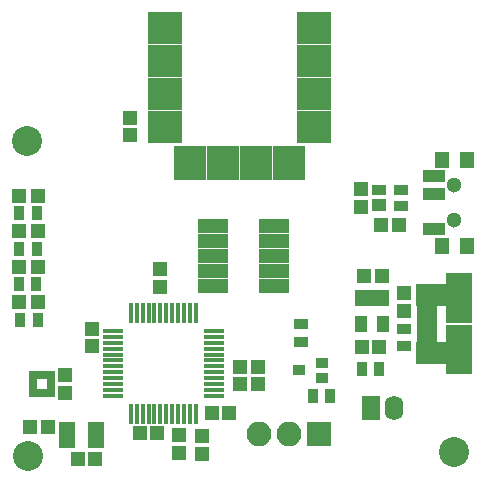
<source format=gts>
G04 #@! TF.FileFunction,Soldermask,Top*
%FSLAX45Y45*%
G04 Gerber Fmt 4.5, Leading zero omitted, Abs format (unit mm)*
G04 Created by KiCad (PCBNEW 4.0.7-e2-6376~61~ubuntu18.04.1) date Thu Oct  4 13:43:13 2018*
%MOMM*%
%LPD*%
G01*
G04 APERTURE LIST*
%ADD10C,0.100000*%
%ADD11R,1.200000X1.150000*%
%ADD12R,1.150000X1.200000*%
%ADD13R,1.200000X1.200000*%
%ADD14R,2.500000X1.150000*%
%ADD15R,1.600000X2.100000*%
%ADD16O,1.600000X2.100000*%
%ADD17R,1.780000X0.850000*%
%ADD18R,2.500000X1.875000*%
%ADD19R,2.300000X1.575000*%
%ADD20R,2.300000X2.775000*%
%ADD21R,1.100000X0.850000*%
%ADD22R,0.900000X1.300000*%
%ADD23R,1.300000X0.900000*%
%ADD24R,2.850000X1.400000*%
%ADD25R,1.400000X2.850000*%
%ADD26O,1.720000X0.420000*%
%ADD27O,0.420000X1.720000*%
%ADD28R,0.675000X0.650000*%
%ADD29R,0.650000X0.675000*%
%ADD30R,1.150000X0.900000*%
%ADD31R,1.150000X1.000000*%
%ADD32R,1.050000X1.460000*%
%ADD33R,1.400000X2.200000*%
%ADD34C,2.540000*%
%ADD35R,1.900000X1.100000*%
%ADD36R,1.200000X1.400000*%
%ADD37C,1.300000*%
%ADD38R,2.100000X2.100000*%
%ADD39O,2.100000X2.100000*%
G04 APERTURE END LIST*
D10*
D11*
X13380000Y-10520000D03*
X13230000Y-10520000D03*
D12*
X14075000Y-7900000D03*
X14075000Y-8050000D03*
D11*
X13780000Y-10790000D03*
X13630000Y-10790000D03*
D12*
X13750000Y-9835000D03*
X13750000Y-9685000D03*
D11*
X14305000Y-10570000D03*
X14155000Y-10570000D03*
D12*
X14490000Y-10585000D03*
X14490000Y-10735000D03*
D11*
X14765000Y-10400000D03*
X14915000Y-10400000D03*
X15005000Y-10155000D03*
X15155000Y-10155000D03*
D12*
X14330000Y-9330000D03*
X14330000Y-9180000D03*
X14680000Y-10595000D03*
X14680000Y-10745000D03*
D11*
X15005000Y-10010000D03*
X15155000Y-10010000D03*
D12*
X13520000Y-10080000D03*
X13520000Y-10230000D03*
X16025000Y-8505000D03*
X16025000Y-8655000D03*
D11*
X16035000Y-9840000D03*
X16185000Y-9840000D03*
X16350000Y-8805000D03*
X16200000Y-8805000D03*
X16055000Y-9240000D03*
X16205000Y-9240000D03*
D13*
X13290000Y-8560000D03*
X13130000Y-8560000D03*
X13290000Y-8860000D03*
X13130000Y-8860000D03*
X13290000Y-9460000D03*
X13130000Y-9460000D03*
X13290000Y-9160000D03*
X13130000Y-9160000D03*
X16390000Y-9540000D03*
X16390000Y-9380000D03*
D14*
X14775000Y-8821000D03*
X15292000Y-8821000D03*
X14775000Y-8948000D03*
X15292000Y-8948000D03*
X14775000Y-9075000D03*
X15292000Y-9075000D03*
X14775000Y-9202000D03*
X15292000Y-9202000D03*
X14775000Y-9329000D03*
X15292000Y-9329000D03*
D15*
X16110000Y-10360000D03*
D16*
X16310000Y-10360000D03*
D17*
X16589000Y-9773750D03*
X16589000Y-9708750D03*
X16589000Y-9643750D03*
X16589000Y-9578750D03*
X16589000Y-9513750D03*
D18*
X16625000Y-9890000D03*
X16625000Y-9397500D03*
D19*
X16855000Y-9727500D03*
X16855000Y-9560000D03*
D20*
X16855000Y-9935000D03*
X16855000Y-9352500D03*
D21*
X15700000Y-10105000D03*
X15700000Y-9975000D03*
X15500000Y-10040000D03*
D22*
X13135000Y-8710000D03*
X13285000Y-8710000D03*
X13135000Y-9010000D03*
X13285000Y-9010000D03*
X13145000Y-9610000D03*
X13295000Y-9610000D03*
X13130000Y-9310000D03*
X13280000Y-9310000D03*
D23*
X15520000Y-9645000D03*
X15520000Y-9795000D03*
D22*
X15620000Y-10260000D03*
X15770000Y-10260000D03*
X16035000Y-10030000D03*
X16185000Y-10030000D03*
D23*
X16390000Y-9835000D03*
X16390000Y-9685000D03*
D24*
X14370500Y-7070000D03*
X14370500Y-7210000D03*
X14370500Y-7350000D03*
X14370500Y-7490000D03*
X14370500Y-7630000D03*
X14370500Y-7770000D03*
X14370500Y-7910000D03*
X14370500Y-8050000D03*
X15629500Y-7070000D03*
X15629500Y-7210000D03*
X15629500Y-7350000D03*
X15629500Y-7490000D03*
X15629500Y-7630000D03*
X15629500Y-7770000D03*
X15629500Y-7910000D03*
X15629500Y-8050000D03*
D25*
X14510000Y-8279500D03*
X14650000Y-8279500D03*
X14790000Y-8279500D03*
X14930000Y-8279500D03*
X15070000Y-8279500D03*
X15210000Y-8279500D03*
X15350000Y-8279500D03*
X15490000Y-8279500D03*
D26*
X13930000Y-9705000D03*
X13930000Y-9755000D03*
X13930000Y-9805000D03*
X13930000Y-9855000D03*
X13930000Y-9905000D03*
X13930000Y-9955000D03*
X13930000Y-10005000D03*
X13930000Y-10055000D03*
X13930000Y-10105000D03*
X13930000Y-10155000D03*
X13930000Y-10205000D03*
X13930000Y-10255000D03*
D27*
X14080000Y-10405000D03*
X14130000Y-10405000D03*
X14180000Y-10405000D03*
X14230000Y-10405000D03*
X14280000Y-10405000D03*
X14330000Y-10405000D03*
X14380000Y-10405000D03*
X14430000Y-10405000D03*
X14480000Y-10405000D03*
X14530000Y-10405000D03*
X14580000Y-10405000D03*
X14630000Y-10405000D03*
D26*
X14780000Y-10255000D03*
X14780000Y-10205000D03*
X14780000Y-10155000D03*
X14780000Y-10105000D03*
X14780000Y-10055000D03*
X14780000Y-10005000D03*
X14780000Y-9955000D03*
X14780000Y-9905000D03*
X14780000Y-9855000D03*
X14780000Y-9805000D03*
X14780000Y-9755000D03*
X14780000Y-9705000D03*
D27*
X14630000Y-9555000D03*
X14580000Y-9555000D03*
X14530000Y-9555000D03*
X14480000Y-9555000D03*
X14430000Y-9555000D03*
X14380000Y-9555000D03*
X14330000Y-9555000D03*
X14280000Y-9555000D03*
X14230000Y-9555000D03*
X14180000Y-9555000D03*
X14130000Y-9555000D03*
X14080000Y-9555000D03*
D28*
X13250000Y-10080000D03*
X13250000Y-10130000D03*
X13250000Y-10180000D03*
X13250000Y-10230000D03*
D29*
X13301250Y-10231250D03*
X13351250Y-10231250D03*
D28*
X13402500Y-10080000D03*
X13402500Y-10230000D03*
X13402500Y-10130000D03*
X13402500Y-10180000D03*
D29*
X13301250Y-10078750D03*
X13351250Y-10078750D03*
D30*
X16182500Y-8515000D03*
X16367500Y-8515000D03*
D31*
X16182500Y-8640000D03*
D30*
X16367500Y-8645000D03*
D32*
X16215000Y-9430000D03*
X16120000Y-9430000D03*
X16025000Y-9430000D03*
X16025000Y-9650000D03*
X16215000Y-9650000D03*
D33*
X13535000Y-10590000D03*
X13785000Y-10590000D03*
D34*
X13210000Y-10760000D03*
X16820000Y-10730000D03*
X13200000Y-8100000D03*
D35*
X16645000Y-8845000D03*
X16645000Y-8545000D03*
X16645000Y-8395000D03*
D36*
X16710000Y-8985000D03*
X16930000Y-8985000D03*
X16710000Y-8255000D03*
X16930000Y-8255000D03*
D37*
X16820000Y-8770000D03*
X16820000Y-8470000D03*
D38*
X15674000Y-10580000D03*
D39*
X15420000Y-10580000D03*
X15166000Y-10580000D03*
M02*

</source>
